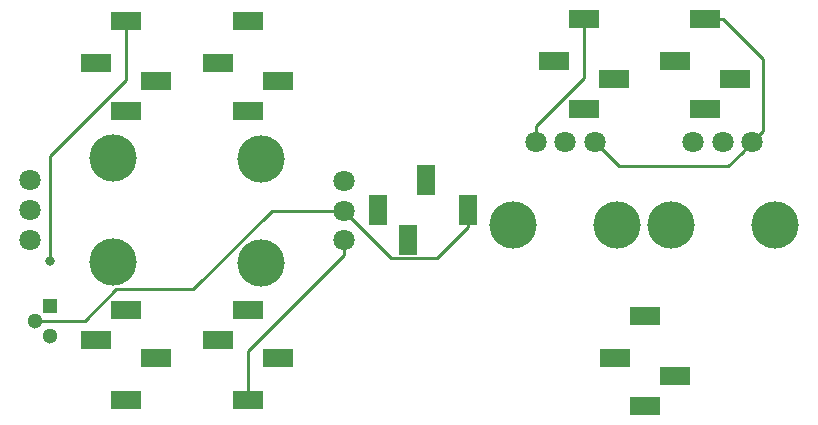
<source format=gbl>
G04 #@! TF.GenerationSoftware,KiCad,Pcbnew,(5.0.2)-1*
G04 #@! TF.CreationDate,2019-02-20T17:00:52+00:00*
G04 #@! TF.ProjectId,Modulator,4d6f6475-6c61-4746-9f72-2e6b69636164,rev?*
G04 #@! TF.SameCoordinates,Original*
G04 #@! TF.FileFunction,Copper,L2,Bot*
G04 #@! TF.FilePolarity,Positive*
%FSLAX46Y46*%
G04 Gerber Fmt 4.6, Leading zero omitted, Abs format (unit mm)*
G04 Created by KiCad (PCBNEW (5.0.2)-1) date 20/02/2019 17:00:52*
%MOMM*%
%LPD*%
G01*
G04 APERTURE LIST*
G04 #@! TA.AperFunction,ComponentPad*
%ADD10R,2.500000X1.500000*%
G04 #@! TD*
G04 #@! TA.AperFunction,ComponentPad*
%ADD11R,1.500000X2.500000*%
G04 #@! TD*
G04 #@! TA.AperFunction,ComponentPad*
%ADD12C,1.300000*%
G04 #@! TD*
G04 #@! TA.AperFunction,ComponentPad*
%ADD13R,1.300000X1.300000*%
G04 #@! TD*
G04 #@! TA.AperFunction,ComponentPad*
%ADD14C,1.800000*%
G04 #@! TD*
G04 #@! TA.AperFunction,WasherPad*
%ADD15C,4.000000*%
G04 #@! TD*
G04 #@! TA.AperFunction,ViaPad*
%ADD16C,0.800000*%
G04 #@! TD*
G04 #@! TA.AperFunction,Conductor*
%ADD17C,0.250000*%
G04 #@! TD*
G04 APERTURE END LIST*
D10*
G04 #@! TO.P,J1,T*
G04 #@! TO.N,Net-(J1-PadT)*
X74041000Y-35433000D03*
G04 #@! TO.P,J1,R*
G04 #@! TO.N,Net-(J1-PadR)*
X76581000Y-40513000D03*
G04 #@! TO.P,J1,G*
G04 #@! TO.N,GND*
X71501000Y-38989000D03*
G04 #@! TO.P,J1,S*
X74041000Y-43053000D03*
G04 #@! TD*
G04 #@! TO.P,J2,S*
G04 #@! TO.N,GND*
X74041000Y-59944000D03*
G04 #@! TO.P,J2,G*
X76581000Y-64008000D03*
G04 #@! TO.P,J2,R*
G04 #@! TO.N,Net-(J2-PadR)*
X71501000Y-62484000D03*
G04 #@! TO.P,J2,T*
G04 #@! TO.N,Net-(J2-PadT)*
X74041000Y-67564000D03*
G04 #@! TD*
G04 #@! TO.P,J3,S*
G04 #@! TO.N,GND*
X84328000Y-43053000D03*
G04 #@! TO.P,J3,G*
X81788000Y-38989000D03*
G04 #@! TO.P,J3,R*
G04 #@! TO.N,Net-(J3-PadR)*
X86868000Y-40513000D03*
G04 #@! TO.P,J3,T*
G04 #@! TO.N,Net-(J3-PadT)*
X84328000Y-35433000D03*
G04 #@! TD*
G04 #@! TO.P,J4,T*
G04 #@! TO.N,Net-(J4-PadT)*
X84328000Y-67564000D03*
G04 #@! TO.P,J4,R*
G04 #@! TO.N,Net-(J4-PadR)*
X81788000Y-62484000D03*
G04 #@! TO.P,J4,G*
G04 #@! TO.N,GND*
X86868000Y-64008000D03*
G04 #@! TO.P,J4,S*
X84328000Y-59944000D03*
G04 #@! TD*
D11*
G04 #@! TO.P,J5,T*
G04 #@! TO.N,VOUT*
X102997000Y-51435000D03*
G04 #@! TO.P,J5,R*
G04 #@! TO.N,Net-(J5-PadR)*
X97917000Y-53975000D03*
G04 #@! TO.P,J5,G*
G04 #@! TO.N,GND*
X99441000Y-48895000D03*
G04 #@! TO.P,J5,S*
X95377000Y-51435000D03*
G04 #@! TD*
D10*
G04 #@! TO.P,J6,S*
G04 #@! TO.N,GND*
X112776000Y-42926000D03*
G04 #@! TO.P,J6,G*
X110236000Y-38862000D03*
G04 #@! TO.P,J6,R*
G04 #@! TO.N,Net-(J6-PadR)*
X115316000Y-40386000D03*
G04 #@! TO.P,J6,T*
G04 #@! TO.N,Net-(J6-PadT)*
X112776000Y-35306000D03*
G04 #@! TD*
G04 #@! TO.P,J7,T*
G04 #@! TO.N,Net-(J7-PadT)*
X123063000Y-35306000D03*
G04 #@! TO.P,J7,R*
G04 #@! TO.N,Net-(J7-PadR)*
X125603000Y-40386000D03*
G04 #@! TO.P,J7,G*
G04 #@! TO.N,GND*
X120523000Y-38862000D03*
G04 #@! TO.P,J7,S*
X123063000Y-42926000D03*
G04 #@! TD*
G04 #@! TO.P,J8,S*
G04 #@! TO.N,GND*
X117983000Y-68072000D03*
G04 #@! TO.P,J8,G*
X115443000Y-64008000D03*
G04 #@! TO.P,J8,R*
G04 #@! TO.N,R*
X120523000Y-65532000D03*
G04 #@! TO.P,J8,T*
G04 #@! TO.N,L*
X117983000Y-60452000D03*
G04 #@! TD*
D12*
G04 #@! TO.P,Q1,2*
G04 #@! TO.N,VOUT*
X66294000Y-60833000D03*
G04 #@! TO.P,Q1,3*
G04 #@! TO.N,Net-(Q1-Pad3)*
X67564000Y-62103000D03*
D13*
G04 #@! TO.P,Q1,1*
G04 #@! TO.N,Net-(Q1-Pad1)*
X67564000Y-59563000D03*
G04 #@! TD*
D14*
G04 #@! TO.P,RV1,3*
G04 #@! TO.N,GND*
X65913000Y-48975000D03*
G04 #@! TO.P,RV1,2*
G04 #@! TO.N,Net-(Q1-Pad3)*
X65913000Y-51475000D03*
G04 #@! TO.P,RV1,1*
G04 #@! TO.N,Net-(J2-PadT)*
X65913000Y-53975000D03*
D15*
G04 #@! TO.P,RV1,*
G04 #@! TO.N,*
X72913000Y-47075000D03*
X72913000Y-55875000D03*
G04 #@! TD*
G04 #@! TO.P,RV2,*
G04 #@! TO.N,*
X85456000Y-47122000D03*
X85456000Y-55922000D03*
D14*
G04 #@! TO.P,RV2,1*
G04 #@! TO.N,Net-(J3-PadT)*
X92456000Y-49022000D03*
G04 #@! TO.P,RV2,2*
G04 #@! TO.N,VOUT*
X92456000Y-51522000D03*
G04 #@! TO.P,RV2,3*
G04 #@! TO.N,Net-(J4-PadT)*
X92456000Y-54022000D03*
G04 #@! TD*
G04 #@! TO.P,RV3,3*
G04 #@! TO.N,Net-(J7-PadT)*
X127047000Y-45720000D03*
G04 #@! TO.P,RV3,2*
G04 #@! TO.N,L*
X124547000Y-45720000D03*
G04 #@! TO.P,RV3,1*
G04 #@! TO.N,Net-(J6-PadT)*
X122047000Y-45720000D03*
D15*
G04 #@! TO.P,RV3,*
G04 #@! TO.N,*
X128947000Y-52720000D03*
X120147000Y-52720000D03*
G04 #@! TD*
G04 #@! TO.P,RV4,*
G04 #@! TO.N,*
X106812000Y-52720000D03*
X115612000Y-52720000D03*
D14*
G04 #@! TO.P,RV4,1*
G04 #@! TO.N,Net-(J6-PadT)*
X108712000Y-45720000D03*
G04 #@! TO.P,RV4,2*
G04 #@! TO.N,R*
X111212000Y-45720000D03*
G04 #@! TO.P,RV4,3*
G04 #@! TO.N,Net-(J7-PadT)*
X113712000Y-45720000D03*
G04 #@! TD*
D16*
G04 #@! TO.N,Net-(J1-PadT)*
X67564000Y-55753000D03*
G04 #@! TD*
D17*
G04 #@! TO.N,Net-(J1-PadT)*
X74041000Y-36433000D02*
X74041000Y-35433000D01*
X74041000Y-40467998D02*
X74041000Y-36433000D01*
X67564000Y-46944998D02*
X74041000Y-40467998D01*
X67564000Y-55753000D02*
X67564000Y-46944998D01*
G04 #@! TO.N,Net-(J4-PadT)*
X84328000Y-66564000D02*
X84328000Y-67564000D01*
X84328000Y-63422792D02*
X84328000Y-66564000D01*
X92456000Y-55294792D02*
X84328000Y-63422792D01*
X92456000Y-54022000D02*
X92456000Y-55294792D01*
G04 #@! TO.N,VOUT*
X91183208Y-51522000D02*
X92456000Y-51522000D01*
X86414998Y-51522000D02*
X91183208Y-51522000D01*
X79736997Y-58200001D02*
X86414998Y-51522000D01*
X73199997Y-58200001D02*
X79736997Y-58200001D01*
X70566998Y-60833000D02*
X73199997Y-58200001D01*
X66294000Y-60833000D02*
X70566998Y-60833000D01*
X93355999Y-52421999D02*
X92456000Y-51522000D01*
X96484001Y-55550001D02*
X93355999Y-52421999D01*
X100381999Y-55550001D02*
X96484001Y-55550001D01*
X102997000Y-52935000D02*
X100381999Y-55550001D01*
X102997000Y-51435000D02*
X102997000Y-52935000D01*
G04 #@! TO.N,Net-(J6-PadT)*
X108712000Y-44447208D02*
X108712000Y-45720000D01*
X108712000Y-44404998D02*
X108712000Y-44447208D01*
X112776000Y-40340998D02*
X108712000Y-44404998D01*
X112776000Y-35306000D02*
X112776000Y-40340998D01*
G04 #@! TO.N,Net-(J7-PadT)*
X126147001Y-46619999D02*
X127047000Y-45720000D01*
X125015000Y-47752000D02*
X126147001Y-46619999D01*
X115744000Y-47752000D02*
X125015000Y-47752000D01*
X113712000Y-45720000D02*
X115744000Y-47752000D01*
X127946999Y-44820001D02*
X127047000Y-45720000D01*
X127946999Y-38689999D02*
X127946999Y-44820001D01*
X124563000Y-35306000D02*
X127946999Y-38689999D01*
X123063000Y-35306000D02*
X124563000Y-35306000D01*
G04 #@! TD*
M02*

</source>
